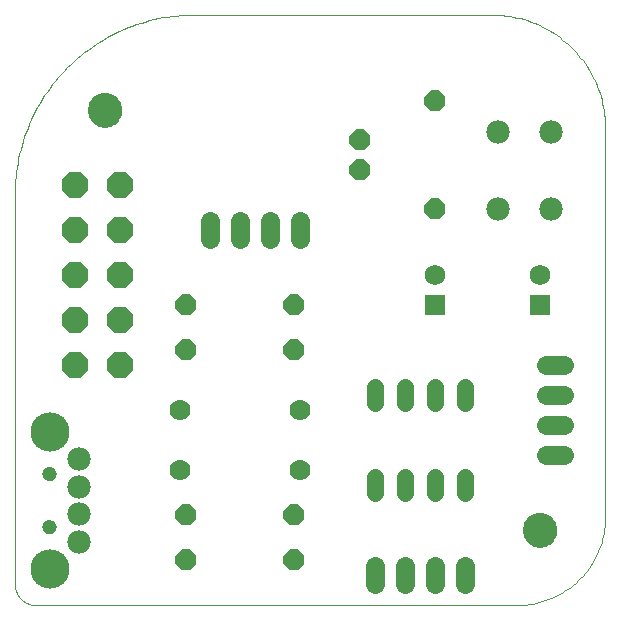
<source format=gbs>
G75*
%MOIN*%
%OFA0B0*%
%FSLAX24Y24*%
%IPPOS*%
%LPD*%
%AMOC8*
5,1,8,0,0,1.08239X$1,22.5*
%
%ADD10C,0.0000*%
%ADD11C,0.0560*%
%ADD12OC8,0.0700*%
%ADD13C,0.0700*%
%ADD14C,0.0690*%
%ADD15R,0.0690X0.0690*%
%ADD16C,0.0780*%
%ADD17C,0.1306*%
%ADD18C,0.0473*%
%ADD19C,0.0640*%
%ADD20OC8,0.0890*%
%ADD21C,0.1142*%
D10*
X005967Y000887D02*
X005967Y013875D01*
X008416Y016680D02*
X008418Y016727D01*
X008424Y016773D01*
X008434Y016819D01*
X008447Y016864D01*
X008465Y016907D01*
X008486Y016949D01*
X008510Y016989D01*
X008538Y017026D01*
X008569Y017061D01*
X008603Y017094D01*
X008639Y017123D01*
X008678Y017149D01*
X008719Y017172D01*
X008762Y017191D01*
X008806Y017207D01*
X008851Y017219D01*
X008897Y017227D01*
X008944Y017231D01*
X008990Y017231D01*
X009037Y017227D01*
X009083Y017219D01*
X009128Y017207D01*
X009172Y017191D01*
X009215Y017172D01*
X009256Y017149D01*
X009295Y017123D01*
X009331Y017094D01*
X009365Y017061D01*
X009396Y017026D01*
X009424Y016989D01*
X009448Y016949D01*
X009469Y016907D01*
X009487Y016864D01*
X009500Y016819D01*
X009510Y016773D01*
X009516Y016727D01*
X009518Y016680D01*
X009516Y016633D01*
X009510Y016587D01*
X009500Y016541D01*
X009487Y016496D01*
X009469Y016453D01*
X009448Y016411D01*
X009424Y016371D01*
X009396Y016334D01*
X009365Y016299D01*
X009331Y016266D01*
X009295Y016237D01*
X009256Y016211D01*
X009215Y016188D01*
X009172Y016169D01*
X009128Y016153D01*
X009083Y016141D01*
X009037Y016133D01*
X008990Y016129D01*
X008944Y016129D01*
X008897Y016133D01*
X008851Y016141D01*
X008806Y016153D01*
X008762Y016169D01*
X008719Y016188D01*
X008678Y016211D01*
X008639Y016237D01*
X008603Y016266D01*
X008569Y016299D01*
X008538Y016334D01*
X008510Y016371D01*
X008486Y016411D01*
X008465Y016453D01*
X008447Y016496D01*
X008434Y016541D01*
X008424Y016587D01*
X008418Y016633D01*
X008416Y016680D01*
X005967Y013875D02*
X005969Y014027D01*
X005975Y014178D01*
X005984Y014330D01*
X005998Y014481D01*
X006015Y014632D01*
X006036Y014782D01*
X006061Y014932D01*
X006090Y015081D01*
X006122Y015229D01*
X006158Y015376D01*
X006198Y015523D01*
X006242Y015668D01*
X006289Y015812D01*
X006340Y015955D01*
X006394Y016097D01*
X006452Y016237D01*
X006514Y016376D01*
X006579Y016513D01*
X006648Y016648D01*
X006720Y016782D01*
X006795Y016914D01*
X006874Y017043D01*
X006956Y017171D01*
X007041Y017297D01*
X007129Y017420D01*
X007220Y017542D01*
X007315Y017660D01*
X007412Y017777D01*
X007512Y017891D01*
X007615Y018002D01*
X007721Y018111D01*
X007830Y018217D01*
X007941Y018320D01*
X008055Y018420D01*
X008172Y018517D01*
X008290Y018612D01*
X008412Y018703D01*
X008535Y018791D01*
X008661Y018876D01*
X008789Y018958D01*
X008918Y019037D01*
X009050Y019112D01*
X009184Y019184D01*
X009319Y019253D01*
X009456Y019318D01*
X009595Y019380D01*
X009735Y019438D01*
X009877Y019492D01*
X010020Y019543D01*
X010164Y019590D01*
X010309Y019634D01*
X010456Y019674D01*
X010603Y019710D01*
X010751Y019742D01*
X010900Y019771D01*
X011050Y019796D01*
X011200Y019817D01*
X011351Y019834D01*
X011502Y019848D01*
X011654Y019857D01*
X011805Y019863D01*
X011957Y019865D01*
X021855Y019865D01*
X021977Y019863D01*
X022098Y019857D01*
X022220Y019847D01*
X022341Y019834D01*
X022461Y019816D01*
X022581Y019795D01*
X022700Y019770D01*
X022818Y019741D01*
X022935Y019708D01*
X023051Y019672D01*
X023166Y019631D01*
X023280Y019588D01*
X023392Y019540D01*
X023502Y019489D01*
X023611Y019434D01*
X023718Y019376D01*
X023823Y019315D01*
X023926Y019250D01*
X024027Y019182D01*
X024126Y019111D01*
X024222Y019037D01*
X024316Y018959D01*
X024408Y018879D01*
X024497Y018796D01*
X024583Y018710D01*
X024666Y018621D01*
X024746Y018529D01*
X024824Y018435D01*
X024898Y018339D01*
X024969Y018240D01*
X025037Y018139D01*
X025102Y018036D01*
X025163Y017931D01*
X025221Y017824D01*
X025276Y017715D01*
X025327Y017605D01*
X025375Y017493D01*
X025418Y017379D01*
X025459Y017264D01*
X025495Y017148D01*
X025528Y017031D01*
X025557Y016913D01*
X025582Y016794D01*
X025603Y016674D01*
X025621Y016554D01*
X025634Y016433D01*
X025644Y016311D01*
X025650Y016190D01*
X025652Y016068D01*
X025652Y003142D01*
X022916Y002680D02*
X022918Y002727D01*
X022924Y002773D01*
X022934Y002819D01*
X022947Y002864D01*
X022965Y002907D01*
X022986Y002949D01*
X023010Y002989D01*
X023038Y003026D01*
X023069Y003061D01*
X023103Y003094D01*
X023139Y003123D01*
X023178Y003149D01*
X023219Y003172D01*
X023262Y003191D01*
X023306Y003207D01*
X023351Y003219D01*
X023397Y003227D01*
X023444Y003231D01*
X023490Y003231D01*
X023537Y003227D01*
X023583Y003219D01*
X023628Y003207D01*
X023672Y003191D01*
X023715Y003172D01*
X023756Y003149D01*
X023795Y003123D01*
X023831Y003094D01*
X023865Y003061D01*
X023896Y003026D01*
X023924Y002989D01*
X023948Y002949D01*
X023969Y002907D01*
X023987Y002864D01*
X024000Y002819D01*
X024010Y002773D01*
X024016Y002727D01*
X024018Y002680D01*
X024016Y002633D01*
X024010Y002587D01*
X024000Y002541D01*
X023987Y002496D01*
X023969Y002453D01*
X023948Y002411D01*
X023924Y002371D01*
X023896Y002334D01*
X023865Y002299D01*
X023831Y002266D01*
X023795Y002237D01*
X023756Y002211D01*
X023715Y002188D01*
X023672Y002169D01*
X023628Y002153D01*
X023583Y002141D01*
X023537Y002133D01*
X023490Y002129D01*
X023444Y002129D01*
X023397Y002133D01*
X023351Y002141D01*
X023306Y002153D01*
X023262Y002169D01*
X023219Y002188D01*
X023178Y002211D01*
X023139Y002237D01*
X023103Y002266D01*
X023069Y002299D01*
X023038Y002334D01*
X023010Y002371D01*
X022986Y002411D01*
X022965Y002453D01*
X022947Y002496D01*
X022934Y002541D01*
X022924Y002587D01*
X022918Y002633D01*
X022916Y002680D01*
X022690Y000180D02*
X022798Y000182D01*
X022906Y000188D01*
X023014Y000198D01*
X023121Y000212D01*
X023228Y000229D01*
X023334Y000251D01*
X023439Y000276D01*
X023543Y000306D01*
X023646Y000339D01*
X023748Y000375D01*
X023848Y000416D01*
X023947Y000460D01*
X024044Y000508D01*
X024140Y000559D01*
X024233Y000614D01*
X024324Y000672D01*
X024413Y000733D01*
X024500Y000798D01*
X024585Y000865D01*
X024667Y000936D01*
X024746Y001010D01*
X024822Y001086D01*
X024896Y001165D01*
X024967Y001247D01*
X025034Y001332D01*
X025099Y001419D01*
X025160Y001508D01*
X025218Y001599D01*
X025273Y001692D01*
X025324Y001788D01*
X025372Y001885D01*
X025416Y001984D01*
X025457Y002084D01*
X025493Y002186D01*
X025526Y002289D01*
X025556Y002393D01*
X025581Y002498D01*
X025603Y002604D01*
X025620Y002711D01*
X025634Y002818D01*
X025644Y002926D01*
X025650Y003034D01*
X025652Y003142D01*
X022690Y000180D02*
X006674Y000180D01*
X006624Y000182D01*
X006573Y000187D01*
X006524Y000196D01*
X006475Y000209D01*
X006427Y000225D01*
X006380Y000244D01*
X006335Y000266D01*
X006292Y000292D01*
X006250Y000321D01*
X006211Y000353D01*
X006174Y000387D01*
X006140Y000424D01*
X006108Y000463D01*
X006079Y000505D01*
X006053Y000548D01*
X006031Y000593D01*
X006012Y000640D01*
X005996Y000688D01*
X005983Y000737D01*
X005974Y000786D01*
X005969Y000837D01*
X005967Y000887D01*
X006892Y002794D02*
X006894Y002823D01*
X006900Y002851D01*
X006909Y002879D01*
X006922Y002905D01*
X006939Y002928D01*
X006958Y002950D01*
X006980Y002969D01*
X007005Y002984D01*
X007031Y002997D01*
X007059Y003005D01*
X007087Y003010D01*
X007116Y003011D01*
X007145Y003008D01*
X007173Y003001D01*
X007200Y002991D01*
X007226Y002977D01*
X007249Y002960D01*
X007270Y002940D01*
X007288Y002917D01*
X007303Y002892D01*
X007314Y002865D01*
X007322Y002837D01*
X007326Y002808D01*
X007326Y002780D01*
X007322Y002751D01*
X007314Y002723D01*
X007303Y002696D01*
X007288Y002671D01*
X007270Y002648D01*
X007249Y002628D01*
X007226Y002611D01*
X007200Y002597D01*
X007173Y002587D01*
X007145Y002580D01*
X007116Y002577D01*
X007087Y002578D01*
X007059Y002583D01*
X007031Y002591D01*
X007005Y002604D01*
X006980Y002619D01*
X006958Y002638D01*
X006939Y002660D01*
X006922Y002683D01*
X006909Y002709D01*
X006900Y002737D01*
X006894Y002765D01*
X006892Y002794D01*
X006892Y004566D02*
X006894Y004595D01*
X006900Y004623D01*
X006909Y004651D01*
X006922Y004677D01*
X006939Y004700D01*
X006958Y004722D01*
X006980Y004741D01*
X007005Y004756D01*
X007031Y004769D01*
X007059Y004777D01*
X007087Y004782D01*
X007116Y004783D01*
X007145Y004780D01*
X007173Y004773D01*
X007200Y004763D01*
X007226Y004749D01*
X007249Y004732D01*
X007270Y004712D01*
X007288Y004689D01*
X007303Y004664D01*
X007314Y004637D01*
X007322Y004609D01*
X007326Y004580D01*
X007326Y004552D01*
X007322Y004523D01*
X007314Y004495D01*
X007303Y004468D01*
X007288Y004443D01*
X007270Y004420D01*
X007249Y004400D01*
X007226Y004383D01*
X007200Y004369D01*
X007173Y004359D01*
X007145Y004352D01*
X007116Y004349D01*
X007087Y004350D01*
X007059Y004355D01*
X007031Y004363D01*
X007005Y004376D01*
X006980Y004391D01*
X006958Y004410D01*
X006939Y004432D01*
X006922Y004455D01*
X006909Y004481D01*
X006900Y004509D01*
X006894Y004537D01*
X006892Y004566D01*
D11*
X017967Y004440D02*
X017967Y003920D01*
X018967Y003920D02*
X018967Y004440D01*
X019967Y004440D02*
X019967Y003920D01*
X020967Y003920D02*
X020967Y004440D01*
X020967Y006920D02*
X020967Y007440D01*
X019967Y007440D02*
X019967Y006920D01*
X018967Y006920D02*
X018967Y007440D01*
X017967Y007440D02*
X017967Y006920D01*
D12*
X015267Y008680D03*
X015267Y010180D03*
X011667Y010180D03*
X011667Y008680D03*
X011667Y003180D03*
X011667Y001680D03*
X015267Y001680D03*
X015267Y003180D03*
X019967Y013380D03*
X017467Y014680D03*
X017467Y015680D03*
X019967Y016980D03*
D13*
X015467Y006680D03*
X015467Y004680D03*
X011467Y004680D03*
X011467Y006680D03*
D14*
X019967Y011180D03*
X023467Y011180D03*
D15*
X023467Y010180D03*
X019967Y010180D03*
D16*
X022077Y013400D03*
X023857Y013400D03*
X023857Y015960D03*
X022077Y015960D03*
X008093Y005058D03*
X008093Y004124D03*
X008093Y003236D03*
X008093Y002302D03*
D17*
X007148Y001397D03*
X007148Y005963D03*
D18*
X007109Y004566D03*
X007109Y002794D03*
D19*
X017967Y001480D02*
X017967Y000880D01*
X018967Y000880D02*
X018967Y001480D01*
X019967Y001480D02*
X019967Y000880D01*
X020967Y000880D02*
X020967Y001480D01*
X023667Y005180D02*
X024267Y005180D01*
X024267Y006180D02*
X023667Y006180D01*
X023667Y007180D02*
X024267Y007180D01*
X024267Y008180D02*
X023667Y008180D01*
X015467Y012380D02*
X015467Y012980D01*
X014467Y012980D02*
X014467Y012380D01*
X013467Y012380D02*
X013467Y012980D01*
X012467Y012980D02*
X012467Y012380D01*
D20*
X009467Y012680D03*
X007967Y012680D03*
X007967Y014180D03*
X009467Y014180D03*
X009467Y011180D03*
X007967Y011180D03*
X007967Y009680D03*
X009467Y009680D03*
X009467Y008180D03*
X007967Y008180D03*
D21*
X008967Y016680D03*
X023467Y002680D03*
M02*

</source>
